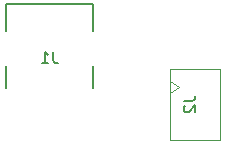
<source format=gbr>
%TF.GenerationSoftware,KiCad,Pcbnew,(5.99.0-12253-gc8b2e69332)*%
%TF.CreationDate,2021-11-11T06:41:10-05:00*%
%TF.ProjectId,980Daughterboard-USB-Mini,39383044-6175-4676-9874-6572626f6172,rev?*%
%TF.SameCoordinates,Original*%
%TF.FileFunction,AssemblyDrawing,Bot*%
%FSLAX46Y46*%
G04 Gerber Fmt 4.6, Leading zero omitted, Abs format (unit mm)*
G04 Created by KiCad (PCBNEW (5.99.0-12253-gc8b2e69332)) date 2021-11-11 06:41:10*
%MOMM*%
%LPD*%
G01*
G04 APERTURE LIST*
%ADD10C,0.150000*%
%ADD11C,0.100000*%
G04 APERTURE END LIST*
D10*
X121858333Y-4009880D02*
X121858333Y-4724166D01*
X121905952Y-4867023D01*
X122001190Y-4962261D01*
X122144047Y-5009880D01*
X122239285Y-5009880D01*
X120858333Y-5009880D02*
X121429761Y-5009880D01*
X121144047Y-5009880D02*
X121144047Y-4009880D01*
X121239285Y-4152738D01*
X121334523Y-4247976D01*
X121429761Y-4295595D01*
X132887380Y-8161666D02*
X133601666Y-8161666D01*
X133744523Y-8114047D01*
X133839761Y-8018809D01*
X133887380Y-7875952D01*
X133887380Y-7780714D01*
X132982619Y-8590238D02*
X132935000Y-8637857D01*
X132887380Y-8733095D01*
X132887380Y-8971190D01*
X132935000Y-9066428D01*
X132982619Y-9114047D01*
X133077857Y-9161666D01*
X133173095Y-9161666D01*
X133315952Y-9114047D01*
X133887380Y-8542619D01*
X133887380Y-9161666D01*
X125175000Y-2307500D02*
X125175000Y42500D01*
X125175000Y-7107500D02*
X125175000Y-5207500D01*
X117875000Y-5207500D02*
X117875000Y-7107500D01*
X117875000Y42500D02*
X117875000Y-2307500D01*
X125175000Y42500D02*
X117875000Y42500D01*
D11*
X132467107Y-6995000D02*
X131760000Y-7495000D01*
X131760000Y-5495000D02*
X131760000Y-11495000D01*
X136010000Y-5495000D02*
X136010000Y-11495000D01*
X131760000Y-11495000D02*
X136010000Y-11495000D01*
X131760000Y-6495000D02*
X132467107Y-6995000D01*
X131760000Y-5495000D02*
X136010000Y-5495000D01*
M02*

</source>
